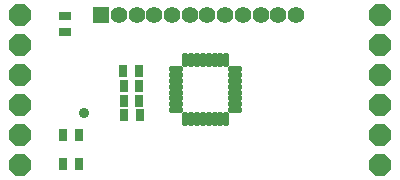
<source format=gbr>
G04 Layer_Color=16711935*
%FSLAX44Y44*%
%MOMM*%
G71*
G01*
G75*
%ADD27C,1.4032*%
%ADD28R,1.4032X1.4032*%
G04:AMPARAMS|DCode=29|XSize=1.8034mm|YSize=1.8034mm|CornerRadius=0mm|HoleSize=0mm|Usage=FLASHONLY|Rotation=270.000|XOffset=0mm|YOffset=0mm|HoleType=Round|Shape=Octagon|*
%AMOCTAGOND29*
4,1,8,-0.4508,-0.9017,0.4508,-0.9017,0.9017,-0.4508,0.9017,0.4508,0.4508,0.9017,-0.4508,0.9017,-0.9017,0.4508,-0.9017,-0.4508,-0.4508,-0.9017,0.0*
%
%ADD29OCTAGOND29*%

%ADD30C,0.9032*%
%ADD31R,0.8032X1.0032*%
%ADD32R,1.0032X0.8032*%
G04:AMPARAMS|DCode=33|XSize=1.2032mm|YSize=0.5032mm|CornerRadius=0mm|HoleSize=0mm|Usage=FLASHONLY|Rotation=0.000|XOffset=0mm|YOffset=0mm|HoleType=Round|Shape=Octagon|*
%AMOCTAGOND33*
4,1,8,0.6016,-0.1258,0.6016,0.1258,0.4758,0.2516,-0.4758,0.2516,-0.6016,0.1258,-0.6016,-0.1258,-0.4758,-0.2516,0.4758,-0.2516,0.6016,-0.1258,0.0*
%
%ADD33OCTAGOND33*%

G04:AMPARAMS|DCode=34|XSize=1.2032mm|YSize=0.5032mm|CornerRadius=0mm|HoleSize=0mm|Usage=FLASHONLY|Rotation=270.000|XOffset=0mm|YOffset=0mm|HoleType=Round|Shape=Octagon|*
%AMOCTAGOND34*
4,1,8,-0.1258,-0.6016,0.1258,-0.6016,0.2516,-0.4758,0.2516,0.4758,0.1258,0.6016,-0.1258,0.6016,-0.2516,0.4758,-0.2516,-0.4758,-0.1258,-0.6016,0.0*
%
%ADD34OCTAGOND34*%

G04:AMPARAMS|DCode=35|XSize=1.2032mm|YSize=0.5532mm|CornerRadius=0mm|HoleSize=0mm|Usage=FLASHONLY|Rotation=270.000|XOffset=0mm|YOffset=0mm|HoleType=Round|Shape=Octagon|*
%AMOCTAGOND35*
4,1,8,-0.1383,-0.6016,0.1383,-0.6016,0.2766,-0.4633,0.2766,0.4633,0.1383,0.6016,-0.1383,0.6016,-0.2766,0.4633,-0.2766,-0.4633,-0.1383,-0.6016,0.0*
%
%ADD35OCTAGOND35*%

D27*
X247551Y355600D02*
D03*
X232550D02*
D03*
X217551D02*
D03*
X202550D02*
D03*
X187551D02*
D03*
X172550D02*
D03*
X157551D02*
D03*
X142550D02*
D03*
X127551D02*
D03*
X112550D02*
D03*
X97551D02*
D03*
D28*
X82550D02*
D03*
D29*
X13970D02*
D03*
Y330200D02*
D03*
Y304800D02*
D03*
Y279400D02*
D03*
Y254000D02*
D03*
Y228600D02*
D03*
X318770Y355600D02*
D03*
Y330200D02*
D03*
Y304800D02*
D03*
Y279400D02*
D03*
Y254000D02*
D03*
Y228600D02*
D03*
D30*
X68250Y272750D02*
D03*
D31*
X50142Y253750D02*
D03*
X63604D02*
D03*
X50392Y229750D02*
D03*
X63854D02*
D03*
X115208Y270900D02*
D03*
X101746D02*
D03*
X101492Y283150D02*
D03*
X114954D02*
D03*
X101242Y308150D02*
D03*
X114704D02*
D03*
X101496Y295650D02*
D03*
X114958D02*
D03*
D32*
X52070Y341122D02*
D03*
Y354584D02*
D03*
D33*
X146050Y310000D02*
D03*
Y305000D02*
D03*
Y300000D02*
D03*
Y295000D02*
D03*
Y290000D02*
D03*
Y285000D02*
D03*
Y280000D02*
D03*
Y275000D02*
D03*
X196050D02*
D03*
Y280000D02*
D03*
Y285000D02*
D03*
Y290000D02*
D03*
Y295000D02*
D03*
Y300000D02*
D03*
Y305000D02*
D03*
Y310000D02*
D03*
D34*
X153550Y267500D02*
D03*
X158550D02*
D03*
X163550D02*
D03*
X168550D02*
D03*
X173550D02*
D03*
X178550D02*
D03*
X183550D02*
D03*
X188550Y317500D02*
D03*
X183550D02*
D03*
X178550D02*
D03*
X173550D02*
D03*
X168550D02*
D03*
X163550D02*
D03*
X158550D02*
D03*
X153550D02*
D03*
D35*
X188550Y267500D02*
D03*
M02*

</source>
